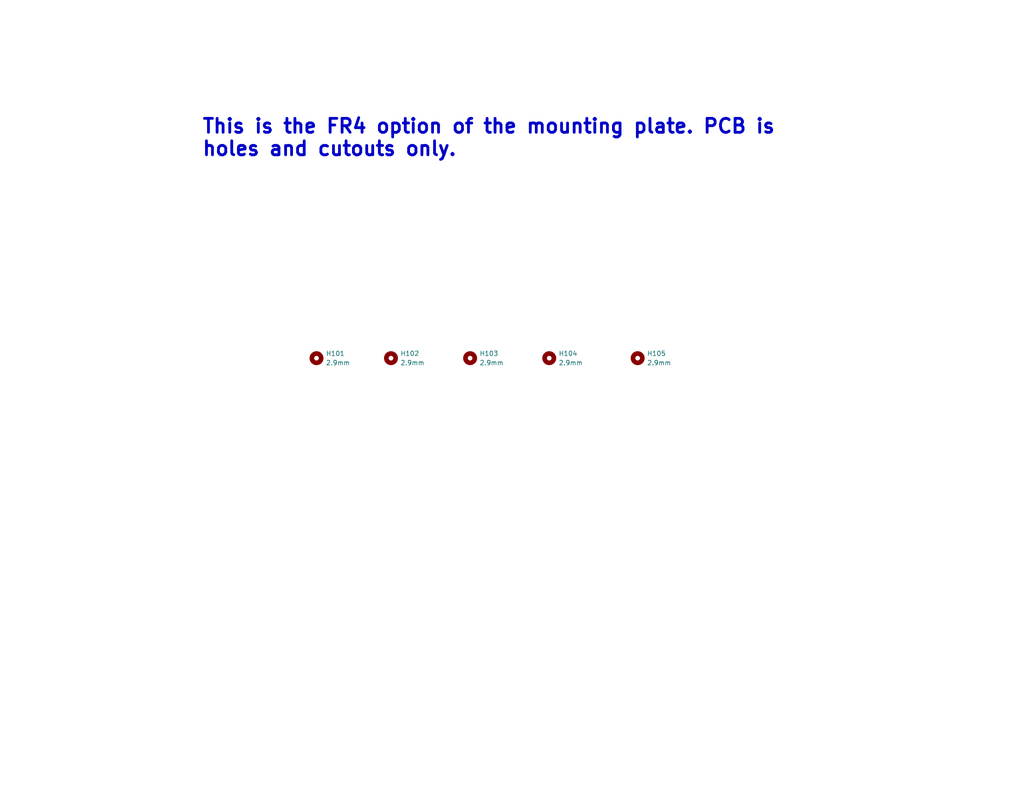
<source format=kicad_sch>
(kicad_sch (version 20230121) (generator eeschema)
  (paper "A")
  (title_block (title "Nifty Numpad Plate") (date "2023-08-05") (rev "0") (comment 1 "Isaac Rex"))
  (lib_symbols
    (symbol "Mechanical:MountingHole" (pin_names (offset 1.016))
      (property "Reference" "H" (at 0 5.08 0))
      (property "Value" "MountingHole" (at 0 3.175 0))
      (symbol "MountingHole_0_1"
        (circle (center 0 0) (radius 1.27) (stroke (width 1.27)))
      )
    )
  )
  (text_box "This is the FR4 option of the mounting plate. PCB is holes and cutouts only." (at 52.07 26.67 0) (size 163.83 21.59) (stroke (width -0.0001)) (effects (font (size 3.81 3.81) (thickness 0.762) bold) (justify left)))
  (symbol (lib_id "Mechanical:MountingHole") (at 128.27 97.79 0) (unit 1)
    (property "Reference" "H103" (at 130.81 96.52 0) (effects (justify left)))
    (property "Value" "2.9mm" (at 130.81 99.06 0) (effects (justify left)))
    (property "Footprint" "irex_MountingHole:MountingHole_2.9mm" (effects hide))
  )
  (symbol (lib_id "Mechanical:MountingHole") (at 106.68 97.79 0) (unit 1)
    (property "Reference" "H102" (at 109.22 96.52 0) (effects (justify left)))
    (property "Value" "2.9mm" (at 109.22 99.06 0) (effects (justify left)))
    (property "Footprint" "irex_MountingHole:MountingHole_2.9mm" (effects hide))
  )
  (symbol (lib_id "Mechanical:MountingHole") (at 149.86 97.79 0) (unit 1)
    (property "Reference" "H104" (at 152.4 96.52 0) (effects (justify left)))
    (property "Value" "2.9mm" (at 152.4 99.06 0) (effects (justify left)))
    (property "Footprint" "irex_MountingHole:MountingHole_2.9mm" (effects hide))
  )
  (symbol (lib_id "Mechanical:MountingHole") (at 173.99 97.79 0) (unit 1)
    (property "Reference" "H105" (at 176.53 96.52 0) (effects (justify left)))
    (property "Value" "2.9mm" (at 176.53 99.06 0) (effects (justify left)))
    (property "Footprint" "irex_MountingHole:MountingHole_2.9mm" (effects hide))
  )
  (symbol (lib_id "Mechanical:MountingHole") (at 86.36 97.79 0) (unit 1)
    (property "Reference" "H101" (at 88.9 96.52 0) (effects (justify left)))
    (property "Value" "2.9mm" (at 88.9 99.06 0) (effects (justify left)))
    (property "Footprint" "irex_MountingHole:MountingHole_2.9mm" (effects hide))
  )
)
</source>
